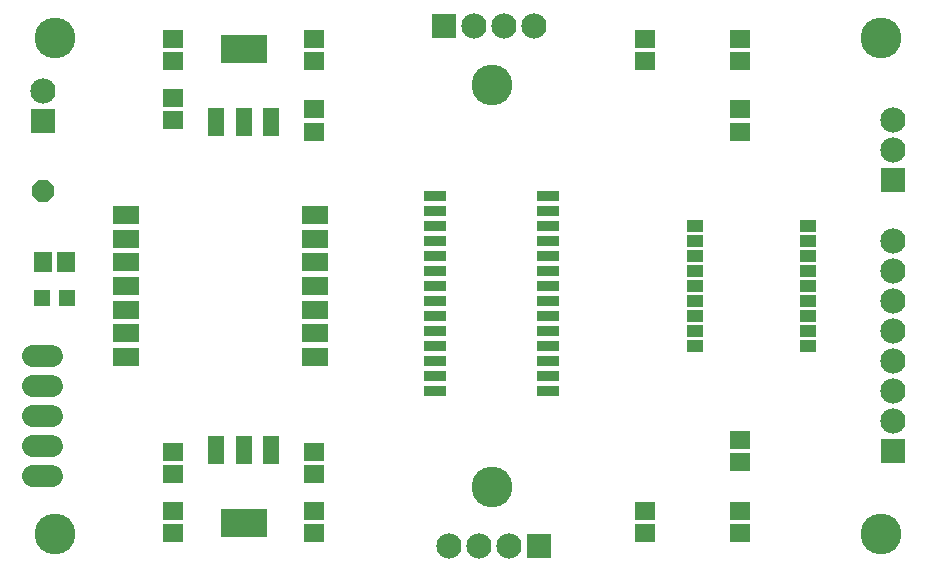
<source format=gts>
G75*
G70*
%OFA0B0*%
%FSLAX24Y24*%
%IPPOS*%
%LPD*%
%AMOC8*
5,1,8,0,0,1.08239X$1,22.5*
%
%ADD10C,0.1360*%
%ADD11R,0.0769X0.0356*%
%ADD12C,0.0740*%
%ADD13R,0.0580X0.0980*%
%ADD14R,0.1517X0.0966*%
%ADD15R,0.0691X0.0612*%
%ADD16R,0.0612X0.0691*%
%ADD17R,0.0572X0.0572*%
%ADD18R,0.0550X0.0400*%
%ADD19R,0.0887X0.0612*%
%ADD20OC8,0.0740*%
%ADD21R,0.0840X0.0840*%
%ADD22C,0.0840*%
D10*
X001719Y001719D03*
X016286Y003294D03*
X029278Y001719D03*
X016286Y016679D03*
X029278Y018254D03*
X001719Y018254D03*
D11*
X014404Y012986D03*
X014404Y012486D03*
X014404Y011986D03*
X014404Y011486D03*
X014404Y010986D03*
X014404Y010486D03*
X014404Y009986D03*
X014404Y009486D03*
X014404Y008986D03*
X014404Y008486D03*
X014404Y007986D03*
X014404Y007486D03*
X014404Y006986D03*
X014404Y006486D03*
X018168Y006486D03*
X018168Y006986D03*
X018168Y007486D03*
X018168Y007986D03*
X018168Y008486D03*
X018168Y008986D03*
X018168Y009486D03*
X018168Y009986D03*
X018168Y010486D03*
X018168Y010986D03*
X018168Y011486D03*
X018168Y011986D03*
X018168Y012486D03*
X018168Y012986D03*
D12*
X001645Y007656D02*
X001005Y007656D01*
X001005Y006656D02*
X001645Y006656D01*
X001645Y005656D02*
X001005Y005656D01*
X001005Y004656D02*
X001645Y004656D01*
X001645Y003656D02*
X001005Y003656D01*
D13*
X007108Y004514D03*
X008018Y004514D03*
X008928Y004514D03*
X008928Y015459D03*
X008018Y015459D03*
X007108Y015459D03*
D14*
X008018Y017899D03*
X008018Y002073D03*
D15*
X005656Y001738D03*
X005656Y002486D03*
X005656Y003707D03*
X005656Y004455D03*
X010380Y004455D03*
X010380Y003707D03*
X010380Y002486D03*
X010380Y001738D03*
X021404Y001738D03*
X021404Y002486D03*
X024553Y002486D03*
X024553Y001738D03*
X024553Y004101D03*
X024553Y004849D03*
X024553Y015124D03*
X024553Y015872D03*
X024553Y017486D03*
X024553Y018234D03*
X021404Y018234D03*
X021404Y017486D03*
X010380Y017486D03*
X010380Y018234D03*
X010380Y015872D03*
X010380Y015124D03*
X005656Y015518D03*
X005656Y016266D03*
X005656Y017486D03*
X005656Y018234D03*
D16*
X002093Y010774D03*
X001345Y010774D03*
D17*
X001305Y009593D03*
X002132Y009593D03*
D18*
X023062Y009486D03*
X023062Y008986D03*
X023062Y008486D03*
X023062Y007986D03*
X023062Y009986D03*
X023062Y010486D03*
X023062Y010986D03*
X023062Y011486D03*
X023062Y011986D03*
X026832Y011986D03*
X026832Y011486D03*
X026832Y010986D03*
X026832Y010486D03*
X026832Y009986D03*
X026832Y009486D03*
X026832Y008986D03*
X026832Y008486D03*
X026832Y007986D03*
D19*
X010384Y007620D03*
X010384Y008408D03*
X010384Y009195D03*
X010384Y009982D03*
X010384Y010770D03*
X010384Y011557D03*
X010384Y012345D03*
X004085Y012345D03*
X004085Y011557D03*
X004085Y010770D03*
X004085Y009982D03*
X004085Y009195D03*
X004085Y008408D03*
X004085Y007620D03*
D20*
X001325Y013136D03*
D21*
X001325Y015498D03*
X014711Y018648D03*
X029671Y013530D03*
X029671Y004475D03*
X017860Y001325D03*
D22*
X016860Y001325D03*
X015860Y001325D03*
X014860Y001325D03*
X029671Y005475D03*
X029671Y006475D03*
X029671Y007475D03*
X029671Y008475D03*
X029671Y009475D03*
X029671Y010475D03*
X029671Y011475D03*
X029671Y014530D03*
X029671Y015530D03*
X017711Y018648D03*
X016711Y018648D03*
X015711Y018648D03*
X001325Y016498D03*
M02*

</source>
